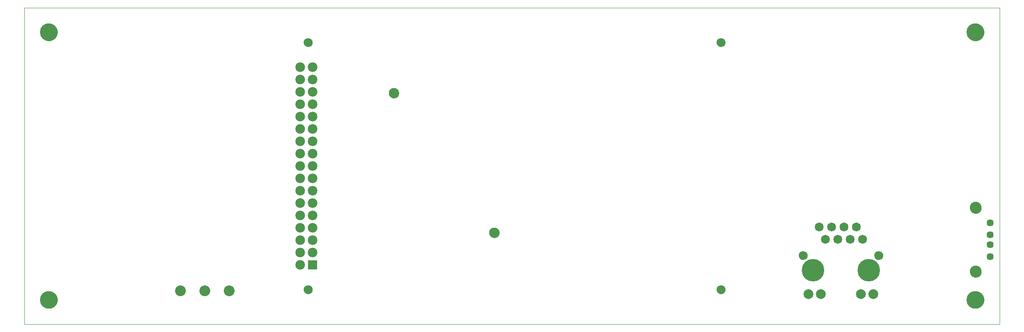
<source format=gts>
G75*
%MOIN*%
%OFA0B0*%
%FSLAX25Y25*%
%IPPOS*%
%LPD*%
%AMOC8*
5,1,8,0,0,1.08239X$1,22.5*
%
%ADD10C,0.00000*%
%ADD11C,0.14180*%
%ADD12C,0.07191*%
%ADD13C,0.07900*%
%ADD14C,0.18180*%
%ADD15C,0.07093*%
%ADD16C,0.08274*%
%ADD17C,0.08668*%
%ADD18C,0.07782*%
%ADD19R,0.07782X0.07782*%
%ADD20C,0.09455*%
%ADD21C,0.05715*%
D10*
X0005700Y0013890D02*
X0005700Y0269796D01*
X0793102Y0269796D01*
X0793102Y0013890D01*
X0005700Y0013890D01*
X0018495Y0033575D02*
X0018497Y0033744D01*
X0018503Y0033913D01*
X0018514Y0034082D01*
X0018528Y0034250D01*
X0018547Y0034418D01*
X0018570Y0034586D01*
X0018596Y0034753D01*
X0018627Y0034919D01*
X0018662Y0035085D01*
X0018701Y0035249D01*
X0018745Y0035413D01*
X0018792Y0035575D01*
X0018843Y0035736D01*
X0018898Y0035896D01*
X0018957Y0036055D01*
X0019019Y0036212D01*
X0019086Y0036367D01*
X0019157Y0036521D01*
X0019231Y0036673D01*
X0019309Y0036823D01*
X0019390Y0036971D01*
X0019475Y0037117D01*
X0019564Y0037261D01*
X0019656Y0037403D01*
X0019752Y0037542D01*
X0019851Y0037679D01*
X0019953Y0037814D01*
X0020059Y0037946D01*
X0020168Y0038075D01*
X0020280Y0038202D01*
X0020395Y0038326D01*
X0020513Y0038447D01*
X0020634Y0038565D01*
X0020758Y0038680D01*
X0020885Y0038792D01*
X0021014Y0038901D01*
X0021146Y0039007D01*
X0021281Y0039109D01*
X0021418Y0039208D01*
X0021557Y0039304D01*
X0021699Y0039396D01*
X0021843Y0039485D01*
X0021989Y0039570D01*
X0022137Y0039651D01*
X0022287Y0039729D01*
X0022439Y0039803D01*
X0022593Y0039874D01*
X0022748Y0039941D01*
X0022905Y0040003D01*
X0023064Y0040062D01*
X0023224Y0040117D01*
X0023385Y0040168D01*
X0023547Y0040215D01*
X0023711Y0040259D01*
X0023875Y0040298D01*
X0024041Y0040333D01*
X0024207Y0040364D01*
X0024374Y0040390D01*
X0024542Y0040413D01*
X0024710Y0040432D01*
X0024878Y0040446D01*
X0025047Y0040457D01*
X0025216Y0040463D01*
X0025385Y0040465D01*
X0025554Y0040463D01*
X0025723Y0040457D01*
X0025892Y0040446D01*
X0026060Y0040432D01*
X0026228Y0040413D01*
X0026396Y0040390D01*
X0026563Y0040364D01*
X0026729Y0040333D01*
X0026895Y0040298D01*
X0027059Y0040259D01*
X0027223Y0040215D01*
X0027385Y0040168D01*
X0027546Y0040117D01*
X0027706Y0040062D01*
X0027865Y0040003D01*
X0028022Y0039941D01*
X0028177Y0039874D01*
X0028331Y0039803D01*
X0028483Y0039729D01*
X0028633Y0039651D01*
X0028781Y0039570D01*
X0028927Y0039485D01*
X0029071Y0039396D01*
X0029213Y0039304D01*
X0029352Y0039208D01*
X0029489Y0039109D01*
X0029624Y0039007D01*
X0029756Y0038901D01*
X0029885Y0038792D01*
X0030012Y0038680D01*
X0030136Y0038565D01*
X0030257Y0038447D01*
X0030375Y0038326D01*
X0030490Y0038202D01*
X0030602Y0038075D01*
X0030711Y0037946D01*
X0030817Y0037814D01*
X0030919Y0037679D01*
X0031018Y0037542D01*
X0031114Y0037403D01*
X0031206Y0037261D01*
X0031295Y0037117D01*
X0031380Y0036971D01*
X0031461Y0036823D01*
X0031539Y0036673D01*
X0031613Y0036521D01*
X0031684Y0036367D01*
X0031751Y0036212D01*
X0031813Y0036055D01*
X0031872Y0035896D01*
X0031927Y0035736D01*
X0031978Y0035575D01*
X0032025Y0035413D01*
X0032069Y0035249D01*
X0032108Y0035085D01*
X0032143Y0034919D01*
X0032174Y0034753D01*
X0032200Y0034586D01*
X0032223Y0034418D01*
X0032242Y0034250D01*
X0032256Y0034082D01*
X0032267Y0033913D01*
X0032273Y0033744D01*
X0032275Y0033575D01*
X0032273Y0033406D01*
X0032267Y0033237D01*
X0032256Y0033068D01*
X0032242Y0032900D01*
X0032223Y0032732D01*
X0032200Y0032564D01*
X0032174Y0032397D01*
X0032143Y0032231D01*
X0032108Y0032065D01*
X0032069Y0031901D01*
X0032025Y0031737D01*
X0031978Y0031575D01*
X0031927Y0031414D01*
X0031872Y0031254D01*
X0031813Y0031095D01*
X0031751Y0030938D01*
X0031684Y0030783D01*
X0031613Y0030629D01*
X0031539Y0030477D01*
X0031461Y0030327D01*
X0031380Y0030179D01*
X0031295Y0030033D01*
X0031206Y0029889D01*
X0031114Y0029747D01*
X0031018Y0029608D01*
X0030919Y0029471D01*
X0030817Y0029336D01*
X0030711Y0029204D01*
X0030602Y0029075D01*
X0030490Y0028948D01*
X0030375Y0028824D01*
X0030257Y0028703D01*
X0030136Y0028585D01*
X0030012Y0028470D01*
X0029885Y0028358D01*
X0029756Y0028249D01*
X0029624Y0028143D01*
X0029489Y0028041D01*
X0029352Y0027942D01*
X0029213Y0027846D01*
X0029071Y0027754D01*
X0028927Y0027665D01*
X0028781Y0027580D01*
X0028633Y0027499D01*
X0028483Y0027421D01*
X0028331Y0027347D01*
X0028177Y0027276D01*
X0028022Y0027209D01*
X0027865Y0027147D01*
X0027706Y0027088D01*
X0027546Y0027033D01*
X0027385Y0026982D01*
X0027223Y0026935D01*
X0027059Y0026891D01*
X0026895Y0026852D01*
X0026729Y0026817D01*
X0026563Y0026786D01*
X0026396Y0026760D01*
X0026228Y0026737D01*
X0026060Y0026718D01*
X0025892Y0026704D01*
X0025723Y0026693D01*
X0025554Y0026687D01*
X0025385Y0026685D01*
X0025216Y0026687D01*
X0025047Y0026693D01*
X0024878Y0026704D01*
X0024710Y0026718D01*
X0024542Y0026737D01*
X0024374Y0026760D01*
X0024207Y0026786D01*
X0024041Y0026817D01*
X0023875Y0026852D01*
X0023711Y0026891D01*
X0023547Y0026935D01*
X0023385Y0026982D01*
X0023224Y0027033D01*
X0023064Y0027088D01*
X0022905Y0027147D01*
X0022748Y0027209D01*
X0022593Y0027276D01*
X0022439Y0027347D01*
X0022287Y0027421D01*
X0022137Y0027499D01*
X0021989Y0027580D01*
X0021843Y0027665D01*
X0021699Y0027754D01*
X0021557Y0027846D01*
X0021418Y0027942D01*
X0021281Y0028041D01*
X0021146Y0028143D01*
X0021014Y0028249D01*
X0020885Y0028358D01*
X0020758Y0028470D01*
X0020634Y0028585D01*
X0020513Y0028703D01*
X0020395Y0028824D01*
X0020280Y0028948D01*
X0020168Y0029075D01*
X0020059Y0029204D01*
X0019953Y0029336D01*
X0019851Y0029471D01*
X0019752Y0029608D01*
X0019656Y0029747D01*
X0019564Y0029889D01*
X0019475Y0030033D01*
X0019390Y0030179D01*
X0019309Y0030327D01*
X0019231Y0030477D01*
X0019157Y0030629D01*
X0019086Y0030783D01*
X0019019Y0030938D01*
X0018957Y0031095D01*
X0018898Y0031254D01*
X0018843Y0031414D01*
X0018792Y0031575D01*
X0018745Y0031737D01*
X0018701Y0031901D01*
X0018662Y0032065D01*
X0018627Y0032231D01*
X0018596Y0032397D01*
X0018570Y0032564D01*
X0018547Y0032732D01*
X0018528Y0032900D01*
X0018514Y0033068D01*
X0018503Y0033237D01*
X0018497Y0033406D01*
X0018495Y0033575D01*
X0231421Y0041882D02*
X0231423Y0041997D01*
X0231429Y0042113D01*
X0231439Y0042228D01*
X0231453Y0042343D01*
X0231471Y0042457D01*
X0231493Y0042570D01*
X0231518Y0042683D01*
X0231548Y0042794D01*
X0231581Y0042905D01*
X0231618Y0043014D01*
X0231659Y0043122D01*
X0231704Y0043229D01*
X0231752Y0043334D01*
X0231804Y0043437D01*
X0231860Y0043538D01*
X0231919Y0043638D01*
X0231981Y0043735D01*
X0232047Y0043830D01*
X0232115Y0043923D01*
X0232187Y0044013D01*
X0232262Y0044101D01*
X0232341Y0044186D01*
X0232422Y0044268D01*
X0232505Y0044348D01*
X0232592Y0044424D01*
X0232681Y0044498D01*
X0232772Y0044568D01*
X0232866Y0044636D01*
X0232962Y0044700D01*
X0233061Y0044760D01*
X0233161Y0044817D01*
X0233263Y0044871D01*
X0233367Y0044921D01*
X0233473Y0044968D01*
X0233580Y0045011D01*
X0233689Y0045050D01*
X0233799Y0045085D01*
X0233910Y0045116D01*
X0234022Y0045144D01*
X0234135Y0045168D01*
X0234249Y0045188D01*
X0234364Y0045204D01*
X0234479Y0045216D01*
X0234594Y0045224D01*
X0234709Y0045228D01*
X0234825Y0045228D01*
X0234940Y0045224D01*
X0235055Y0045216D01*
X0235170Y0045204D01*
X0235285Y0045188D01*
X0235399Y0045168D01*
X0235512Y0045144D01*
X0235624Y0045116D01*
X0235735Y0045085D01*
X0235845Y0045050D01*
X0235954Y0045011D01*
X0236061Y0044968D01*
X0236167Y0044921D01*
X0236271Y0044871D01*
X0236373Y0044817D01*
X0236473Y0044760D01*
X0236572Y0044700D01*
X0236668Y0044636D01*
X0236762Y0044568D01*
X0236853Y0044498D01*
X0236942Y0044424D01*
X0237029Y0044348D01*
X0237112Y0044268D01*
X0237193Y0044186D01*
X0237272Y0044101D01*
X0237347Y0044013D01*
X0237419Y0043923D01*
X0237487Y0043830D01*
X0237553Y0043735D01*
X0237615Y0043638D01*
X0237674Y0043538D01*
X0237730Y0043437D01*
X0237782Y0043334D01*
X0237830Y0043229D01*
X0237875Y0043122D01*
X0237916Y0043014D01*
X0237953Y0042905D01*
X0237986Y0042794D01*
X0238016Y0042683D01*
X0238041Y0042570D01*
X0238063Y0042457D01*
X0238081Y0042343D01*
X0238095Y0042228D01*
X0238105Y0042113D01*
X0238111Y0041997D01*
X0238113Y0041882D01*
X0238111Y0041767D01*
X0238105Y0041651D01*
X0238095Y0041536D01*
X0238081Y0041421D01*
X0238063Y0041307D01*
X0238041Y0041194D01*
X0238016Y0041081D01*
X0237986Y0040970D01*
X0237953Y0040859D01*
X0237916Y0040750D01*
X0237875Y0040642D01*
X0237830Y0040535D01*
X0237782Y0040430D01*
X0237730Y0040327D01*
X0237674Y0040226D01*
X0237615Y0040126D01*
X0237553Y0040029D01*
X0237487Y0039934D01*
X0237419Y0039841D01*
X0237347Y0039751D01*
X0237272Y0039663D01*
X0237193Y0039578D01*
X0237112Y0039496D01*
X0237029Y0039416D01*
X0236942Y0039340D01*
X0236853Y0039266D01*
X0236762Y0039196D01*
X0236668Y0039128D01*
X0236572Y0039064D01*
X0236473Y0039004D01*
X0236373Y0038947D01*
X0236271Y0038893D01*
X0236167Y0038843D01*
X0236061Y0038796D01*
X0235954Y0038753D01*
X0235845Y0038714D01*
X0235735Y0038679D01*
X0235624Y0038648D01*
X0235512Y0038620D01*
X0235399Y0038596D01*
X0235285Y0038576D01*
X0235170Y0038560D01*
X0235055Y0038548D01*
X0234940Y0038540D01*
X0234825Y0038536D01*
X0234709Y0038536D01*
X0234594Y0038540D01*
X0234479Y0038548D01*
X0234364Y0038560D01*
X0234249Y0038576D01*
X0234135Y0038596D01*
X0234022Y0038620D01*
X0233910Y0038648D01*
X0233799Y0038679D01*
X0233689Y0038714D01*
X0233580Y0038753D01*
X0233473Y0038796D01*
X0233367Y0038843D01*
X0233263Y0038893D01*
X0233161Y0038947D01*
X0233061Y0039004D01*
X0232962Y0039064D01*
X0232866Y0039128D01*
X0232772Y0039196D01*
X0232681Y0039266D01*
X0232592Y0039340D01*
X0232505Y0039416D01*
X0232422Y0039496D01*
X0232341Y0039578D01*
X0232262Y0039663D01*
X0232187Y0039751D01*
X0232115Y0039841D01*
X0232047Y0039934D01*
X0231981Y0040029D01*
X0231919Y0040126D01*
X0231860Y0040226D01*
X0231804Y0040327D01*
X0231752Y0040430D01*
X0231704Y0040535D01*
X0231659Y0040642D01*
X0231618Y0040750D01*
X0231581Y0040859D01*
X0231548Y0040970D01*
X0231518Y0041081D01*
X0231493Y0041194D01*
X0231471Y0041307D01*
X0231453Y0041421D01*
X0231439Y0041536D01*
X0231429Y0041651D01*
X0231423Y0041767D01*
X0231421Y0041882D01*
X0381108Y0087873D02*
X0381110Y0087998D01*
X0381116Y0088123D01*
X0381126Y0088247D01*
X0381140Y0088371D01*
X0381157Y0088495D01*
X0381179Y0088618D01*
X0381205Y0088740D01*
X0381234Y0088862D01*
X0381267Y0088982D01*
X0381305Y0089101D01*
X0381345Y0089220D01*
X0381390Y0089336D01*
X0381438Y0089451D01*
X0381490Y0089565D01*
X0381546Y0089677D01*
X0381605Y0089787D01*
X0381667Y0089895D01*
X0381733Y0090002D01*
X0381802Y0090106D01*
X0381875Y0090207D01*
X0381950Y0090307D01*
X0382029Y0090404D01*
X0382111Y0090498D01*
X0382196Y0090590D01*
X0382283Y0090679D01*
X0382374Y0090765D01*
X0382467Y0090848D01*
X0382563Y0090929D01*
X0382661Y0091006D01*
X0382761Y0091080D01*
X0382864Y0091151D01*
X0382969Y0091218D01*
X0383077Y0091283D01*
X0383186Y0091343D01*
X0383297Y0091401D01*
X0383410Y0091454D01*
X0383524Y0091504D01*
X0383640Y0091551D01*
X0383757Y0091593D01*
X0383876Y0091632D01*
X0383996Y0091668D01*
X0384117Y0091699D01*
X0384239Y0091727D01*
X0384361Y0091750D01*
X0384485Y0091770D01*
X0384609Y0091786D01*
X0384733Y0091798D01*
X0384858Y0091806D01*
X0384983Y0091810D01*
X0385107Y0091810D01*
X0385232Y0091806D01*
X0385357Y0091798D01*
X0385481Y0091786D01*
X0385605Y0091770D01*
X0385729Y0091750D01*
X0385851Y0091727D01*
X0385973Y0091699D01*
X0386094Y0091668D01*
X0386214Y0091632D01*
X0386333Y0091593D01*
X0386450Y0091551D01*
X0386566Y0091504D01*
X0386680Y0091454D01*
X0386793Y0091401D01*
X0386904Y0091343D01*
X0387014Y0091283D01*
X0387121Y0091218D01*
X0387226Y0091151D01*
X0387329Y0091080D01*
X0387429Y0091006D01*
X0387527Y0090929D01*
X0387623Y0090848D01*
X0387716Y0090765D01*
X0387807Y0090679D01*
X0387894Y0090590D01*
X0387979Y0090498D01*
X0388061Y0090404D01*
X0388140Y0090307D01*
X0388215Y0090207D01*
X0388288Y0090106D01*
X0388357Y0090002D01*
X0388423Y0089895D01*
X0388485Y0089787D01*
X0388544Y0089677D01*
X0388600Y0089565D01*
X0388652Y0089451D01*
X0388700Y0089336D01*
X0388745Y0089220D01*
X0388785Y0089101D01*
X0388823Y0088982D01*
X0388856Y0088862D01*
X0388885Y0088740D01*
X0388911Y0088618D01*
X0388933Y0088495D01*
X0388950Y0088371D01*
X0388964Y0088247D01*
X0388974Y0088123D01*
X0388980Y0087998D01*
X0388982Y0087873D01*
X0388980Y0087748D01*
X0388974Y0087623D01*
X0388964Y0087499D01*
X0388950Y0087375D01*
X0388933Y0087251D01*
X0388911Y0087128D01*
X0388885Y0087006D01*
X0388856Y0086884D01*
X0388823Y0086764D01*
X0388785Y0086645D01*
X0388745Y0086526D01*
X0388700Y0086410D01*
X0388652Y0086295D01*
X0388600Y0086181D01*
X0388544Y0086069D01*
X0388485Y0085959D01*
X0388423Y0085851D01*
X0388357Y0085744D01*
X0388288Y0085640D01*
X0388215Y0085539D01*
X0388140Y0085439D01*
X0388061Y0085342D01*
X0387979Y0085248D01*
X0387894Y0085156D01*
X0387807Y0085067D01*
X0387716Y0084981D01*
X0387623Y0084898D01*
X0387527Y0084817D01*
X0387429Y0084740D01*
X0387329Y0084666D01*
X0387226Y0084595D01*
X0387121Y0084528D01*
X0387013Y0084463D01*
X0386904Y0084403D01*
X0386793Y0084345D01*
X0386680Y0084292D01*
X0386566Y0084242D01*
X0386450Y0084195D01*
X0386333Y0084153D01*
X0386214Y0084114D01*
X0386094Y0084078D01*
X0385973Y0084047D01*
X0385851Y0084019D01*
X0385729Y0083996D01*
X0385605Y0083976D01*
X0385481Y0083960D01*
X0385357Y0083948D01*
X0385232Y0083940D01*
X0385107Y0083936D01*
X0384983Y0083936D01*
X0384858Y0083940D01*
X0384733Y0083948D01*
X0384609Y0083960D01*
X0384485Y0083976D01*
X0384361Y0083996D01*
X0384239Y0084019D01*
X0384117Y0084047D01*
X0383996Y0084078D01*
X0383876Y0084114D01*
X0383757Y0084153D01*
X0383640Y0084195D01*
X0383524Y0084242D01*
X0383410Y0084292D01*
X0383297Y0084345D01*
X0383186Y0084403D01*
X0383076Y0084463D01*
X0382969Y0084528D01*
X0382864Y0084595D01*
X0382761Y0084666D01*
X0382661Y0084740D01*
X0382563Y0084817D01*
X0382467Y0084898D01*
X0382374Y0084981D01*
X0382283Y0085067D01*
X0382196Y0085156D01*
X0382111Y0085248D01*
X0382029Y0085342D01*
X0381950Y0085439D01*
X0381875Y0085539D01*
X0381802Y0085640D01*
X0381733Y0085744D01*
X0381667Y0085851D01*
X0381605Y0085959D01*
X0381546Y0086069D01*
X0381490Y0086181D01*
X0381438Y0086295D01*
X0381390Y0086410D01*
X0381345Y0086526D01*
X0381305Y0086645D01*
X0381267Y0086764D01*
X0381234Y0086884D01*
X0381205Y0087006D01*
X0381179Y0087128D01*
X0381157Y0087251D01*
X0381140Y0087375D01*
X0381126Y0087499D01*
X0381116Y0087623D01*
X0381110Y0087748D01*
X0381108Y0087873D01*
X0564689Y0041882D02*
X0564691Y0041997D01*
X0564697Y0042113D01*
X0564707Y0042228D01*
X0564721Y0042343D01*
X0564739Y0042457D01*
X0564761Y0042570D01*
X0564786Y0042683D01*
X0564816Y0042794D01*
X0564849Y0042905D01*
X0564886Y0043014D01*
X0564927Y0043122D01*
X0564972Y0043229D01*
X0565020Y0043334D01*
X0565072Y0043437D01*
X0565128Y0043538D01*
X0565187Y0043638D01*
X0565249Y0043735D01*
X0565315Y0043830D01*
X0565383Y0043923D01*
X0565455Y0044013D01*
X0565530Y0044101D01*
X0565609Y0044186D01*
X0565690Y0044268D01*
X0565773Y0044348D01*
X0565860Y0044424D01*
X0565949Y0044498D01*
X0566040Y0044568D01*
X0566134Y0044636D01*
X0566230Y0044700D01*
X0566329Y0044760D01*
X0566429Y0044817D01*
X0566531Y0044871D01*
X0566635Y0044921D01*
X0566741Y0044968D01*
X0566848Y0045011D01*
X0566957Y0045050D01*
X0567067Y0045085D01*
X0567178Y0045116D01*
X0567290Y0045144D01*
X0567403Y0045168D01*
X0567517Y0045188D01*
X0567632Y0045204D01*
X0567747Y0045216D01*
X0567862Y0045224D01*
X0567977Y0045228D01*
X0568093Y0045228D01*
X0568208Y0045224D01*
X0568323Y0045216D01*
X0568438Y0045204D01*
X0568553Y0045188D01*
X0568667Y0045168D01*
X0568780Y0045144D01*
X0568892Y0045116D01*
X0569003Y0045085D01*
X0569113Y0045050D01*
X0569222Y0045011D01*
X0569329Y0044968D01*
X0569435Y0044921D01*
X0569539Y0044871D01*
X0569641Y0044817D01*
X0569741Y0044760D01*
X0569840Y0044700D01*
X0569936Y0044636D01*
X0570030Y0044568D01*
X0570121Y0044498D01*
X0570210Y0044424D01*
X0570297Y0044348D01*
X0570380Y0044268D01*
X0570461Y0044186D01*
X0570540Y0044101D01*
X0570615Y0044013D01*
X0570687Y0043923D01*
X0570755Y0043830D01*
X0570821Y0043735D01*
X0570883Y0043638D01*
X0570942Y0043538D01*
X0570998Y0043437D01*
X0571050Y0043334D01*
X0571098Y0043229D01*
X0571143Y0043122D01*
X0571184Y0043014D01*
X0571221Y0042905D01*
X0571254Y0042794D01*
X0571284Y0042683D01*
X0571309Y0042570D01*
X0571331Y0042457D01*
X0571349Y0042343D01*
X0571363Y0042228D01*
X0571373Y0042113D01*
X0571379Y0041997D01*
X0571381Y0041882D01*
X0571379Y0041767D01*
X0571373Y0041651D01*
X0571363Y0041536D01*
X0571349Y0041421D01*
X0571331Y0041307D01*
X0571309Y0041194D01*
X0571284Y0041081D01*
X0571254Y0040970D01*
X0571221Y0040859D01*
X0571184Y0040750D01*
X0571143Y0040642D01*
X0571098Y0040535D01*
X0571050Y0040430D01*
X0570998Y0040327D01*
X0570942Y0040226D01*
X0570883Y0040126D01*
X0570821Y0040029D01*
X0570755Y0039934D01*
X0570687Y0039841D01*
X0570615Y0039751D01*
X0570540Y0039663D01*
X0570461Y0039578D01*
X0570380Y0039496D01*
X0570297Y0039416D01*
X0570210Y0039340D01*
X0570121Y0039266D01*
X0570030Y0039196D01*
X0569936Y0039128D01*
X0569840Y0039064D01*
X0569741Y0039004D01*
X0569641Y0038947D01*
X0569539Y0038893D01*
X0569435Y0038843D01*
X0569329Y0038796D01*
X0569222Y0038753D01*
X0569113Y0038714D01*
X0569003Y0038679D01*
X0568892Y0038648D01*
X0568780Y0038620D01*
X0568667Y0038596D01*
X0568553Y0038576D01*
X0568438Y0038560D01*
X0568323Y0038548D01*
X0568208Y0038540D01*
X0568093Y0038536D01*
X0567977Y0038536D01*
X0567862Y0038540D01*
X0567747Y0038548D01*
X0567632Y0038560D01*
X0567517Y0038576D01*
X0567403Y0038596D01*
X0567290Y0038620D01*
X0567178Y0038648D01*
X0567067Y0038679D01*
X0566957Y0038714D01*
X0566848Y0038753D01*
X0566741Y0038796D01*
X0566635Y0038843D01*
X0566531Y0038893D01*
X0566429Y0038947D01*
X0566329Y0039004D01*
X0566230Y0039064D01*
X0566134Y0039128D01*
X0566040Y0039196D01*
X0565949Y0039266D01*
X0565860Y0039340D01*
X0565773Y0039416D01*
X0565690Y0039496D01*
X0565609Y0039578D01*
X0565530Y0039663D01*
X0565455Y0039751D01*
X0565383Y0039841D01*
X0565315Y0039934D01*
X0565249Y0040029D01*
X0565187Y0040126D01*
X0565128Y0040226D01*
X0565072Y0040327D01*
X0565020Y0040430D01*
X0564972Y0040535D01*
X0564927Y0040642D01*
X0564886Y0040750D01*
X0564849Y0040859D01*
X0564816Y0040970D01*
X0564786Y0041081D01*
X0564761Y0041194D01*
X0564739Y0041307D01*
X0564721Y0041421D01*
X0564707Y0041536D01*
X0564697Y0041651D01*
X0564691Y0041767D01*
X0564689Y0041882D01*
X0630963Y0069449D02*
X0630965Y0069564D01*
X0630971Y0069680D01*
X0630981Y0069795D01*
X0630995Y0069910D01*
X0631013Y0070024D01*
X0631035Y0070137D01*
X0631060Y0070250D01*
X0631090Y0070361D01*
X0631123Y0070472D01*
X0631160Y0070581D01*
X0631201Y0070689D01*
X0631246Y0070796D01*
X0631294Y0070901D01*
X0631346Y0071004D01*
X0631402Y0071105D01*
X0631461Y0071205D01*
X0631523Y0071302D01*
X0631589Y0071397D01*
X0631657Y0071490D01*
X0631729Y0071580D01*
X0631804Y0071668D01*
X0631883Y0071753D01*
X0631964Y0071835D01*
X0632047Y0071915D01*
X0632134Y0071991D01*
X0632223Y0072065D01*
X0632314Y0072135D01*
X0632408Y0072203D01*
X0632504Y0072267D01*
X0632603Y0072327D01*
X0632703Y0072384D01*
X0632805Y0072438D01*
X0632909Y0072488D01*
X0633015Y0072535D01*
X0633122Y0072578D01*
X0633231Y0072617D01*
X0633341Y0072652D01*
X0633452Y0072683D01*
X0633564Y0072711D01*
X0633677Y0072735D01*
X0633791Y0072755D01*
X0633906Y0072771D01*
X0634021Y0072783D01*
X0634136Y0072791D01*
X0634251Y0072795D01*
X0634367Y0072795D01*
X0634482Y0072791D01*
X0634597Y0072783D01*
X0634712Y0072771D01*
X0634827Y0072755D01*
X0634941Y0072735D01*
X0635054Y0072711D01*
X0635166Y0072683D01*
X0635277Y0072652D01*
X0635387Y0072617D01*
X0635496Y0072578D01*
X0635603Y0072535D01*
X0635709Y0072488D01*
X0635813Y0072438D01*
X0635915Y0072384D01*
X0636015Y0072327D01*
X0636114Y0072267D01*
X0636210Y0072203D01*
X0636304Y0072135D01*
X0636395Y0072065D01*
X0636484Y0071991D01*
X0636571Y0071915D01*
X0636654Y0071835D01*
X0636735Y0071753D01*
X0636814Y0071668D01*
X0636889Y0071580D01*
X0636961Y0071490D01*
X0637029Y0071397D01*
X0637095Y0071302D01*
X0637157Y0071205D01*
X0637216Y0071105D01*
X0637272Y0071004D01*
X0637324Y0070901D01*
X0637372Y0070796D01*
X0637417Y0070689D01*
X0637458Y0070581D01*
X0637495Y0070472D01*
X0637528Y0070361D01*
X0637558Y0070250D01*
X0637583Y0070137D01*
X0637605Y0070024D01*
X0637623Y0069910D01*
X0637637Y0069795D01*
X0637647Y0069680D01*
X0637653Y0069564D01*
X0637655Y0069449D01*
X0637653Y0069334D01*
X0637647Y0069218D01*
X0637637Y0069103D01*
X0637623Y0068988D01*
X0637605Y0068874D01*
X0637583Y0068761D01*
X0637558Y0068648D01*
X0637528Y0068537D01*
X0637495Y0068426D01*
X0637458Y0068317D01*
X0637417Y0068209D01*
X0637372Y0068102D01*
X0637324Y0067997D01*
X0637272Y0067894D01*
X0637216Y0067793D01*
X0637157Y0067693D01*
X0637095Y0067596D01*
X0637029Y0067501D01*
X0636961Y0067408D01*
X0636889Y0067318D01*
X0636814Y0067230D01*
X0636735Y0067145D01*
X0636654Y0067063D01*
X0636571Y0066983D01*
X0636484Y0066907D01*
X0636395Y0066833D01*
X0636304Y0066763D01*
X0636210Y0066695D01*
X0636114Y0066631D01*
X0636015Y0066571D01*
X0635915Y0066514D01*
X0635813Y0066460D01*
X0635709Y0066410D01*
X0635603Y0066363D01*
X0635496Y0066320D01*
X0635387Y0066281D01*
X0635277Y0066246D01*
X0635166Y0066215D01*
X0635054Y0066187D01*
X0634941Y0066163D01*
X0634827Y0066143D01*
X0634712Y0066127D01*
X0634597Y0066115D01*
X0634482Y0066107D01*
X0634367Y0066103D01*
X0634251Y0066103D01*
X0634136Y0066107D01*
X0634021Y0066115D01*
X0633906Y0066127D01*
X0633791Y0066143D01*
X0633677Y0066163D01*
X0633564Y0066187D01*
X0633452Y0066215D01*
X0633341Y0066246D01*
X0633231Y0066281D01*
X0633122Y0066320D01*
X0633015Y0066363D01*
X0632909Y0066410D01*
X0632805Y0066460D01*
X0632703Y0066514D01*
X0632603Y0066571D01*
X0632504Y0066631D01*
X0632408Y0066695D01*
X0632314Y0066763D01*
X0632223Y0066833D01*
X0632134Y0066907D01*
X0632047Y0066983D01*
X0631964Y0067063D01*
X0631883Y0067145D01*
X0631804Y0067230D01*
X0631729Y0067318D01*
X0631657Y0067408D01*
X0631589Y0067501D01*
X0631523Y0067596D01*
X0631461Y0067693D01*
X0631402Y0067793D01*
X0631346Y0067894D01*
X0631294Y0067997D01*
X0631246Y0068102D01*
X0631201Y0068209D01*
X0631160Y0068317D01*
X0631123Y0068426D01*
X0631090Y0068537D01*
X0631060Y0068648D01*
X0631035Y0068761D01*
X0631013Y0068874D01*
X0630995Y0068988D01*
X0630981Y0069103D01*
X0630971Y0069218D01*
X0630965Y0069334D01*
X0630963Y0069449D01*
X0691948Y0069449D02*
X0691950Y0069564D01*
X0691956Y0069680D01*
X0691966Y0069795D01*
X0691980Y0069910D01*
X0691998Y0070024D01*
X0692020Y0070137D01*
X0692045Y0070250D01*
X0692075Y0070361D01*
X0692108Y0070472D01*
X0692145Y0070581D01*
X0692186Y0070689D01*
X0692231Y0070796D01*
X0692279Y0070901D01*
X0692331Y0071004D01*
X0692387Y0071105D01*
X0692446Y0071205D01*
X0692508Y0071302D01*
X0692574Y0071397D01*
X0692642Y0071490D01*
X0692714Y0071580D01*
X0692789Y0071668D01*
X0692868Y0071753D01*
X0692949Y0071835D01*
X0693032Y0071915D01*
X0693119Y0071991D01*
X0693208Y0072065D01*
X0693299Y0072135D01*
X0693393Y0072203D01*
X0693489Y0072267D01*
X0693588Y0072327D01*
X0693688Y0072384D01*
X0693790Y0072438D01*
X0693894Y0072488D01*
X0694000Y0072535D01*
X0694107Y0072578D01*
X0694216Y0072617D01*
X0694326Y0072652D01*
X0694437Y0072683D01*
X0694549Y0072711D01*
X0694662Y0072735D01*
X0694776Y0072755D01*
X0694891Y0072771D01*
X0695006Y0072783D01*
X0695121Y0072791D01*
X0695236Y0072795D01*
X0695352Y0072795D01*
X0695467Y0072791D01*
X0695582Y0072783D01*
X0695697Y0072771D01*
X0695812Y0072755D01*
X0695926Y0072735D01*
X0696039Y0072711D01*
X0696151Y0072683D01*
X0696262Y0072652D01*
X0696372Y0072617D01*
X0696481Y0072578D01*
X0696588Y0072535D01*
X0696694Y0072488D01*
X0696798Y0072438D01*
X0696900Y0072384D01*
X0697000Y0072327D01*
X0697099Y0072267D01*
X0697195Y0072203D01*
X0697289Y0072135D01*
X0697380Y0072065D01*
X0697469Y0071991D01*
X0697556Y0071915D01*
X0697639Y0071835D01*
X0697720Y0071753D01*
X0697799Y0071668D01*
X0697874Y0071580D01*
X0697946Y0071490D01*
X0698014Y0071397D01*
X0698080Y0071302D01*
X0698142Y0071205D01*
X0698201Y0071105D01*
X0698257Y0071004D01*
X0698309Y0070901D01*
X0698357Y0070796D01*
X0698402Y0070689D01*
X0698443Y0070581D01*
X0698480Y0070472D01*
X0698513Y0070361D01*
X0698543Y0070250D01*
X0698568Y0070137D01*
X0698590Y0070024D01*
X0698608Y0069910D01*
X0698622Y0069795D01*
X0698632Y0069680D01*
X0698638Y0069564D01*
X0698640Y0069449D01*
X0698638Y0069334D01*
X0698632Y0069218D01*
X0698622Y0069103D01*
X0698608Y0068988D01*
X0698590Y0068874D01*
X0698568Y0068761D01*
X0698543Y0068648D01*
X0698513Y0068537D01*
X0698480Y0068426D01*
X0698443Y0068317D01*
X0698402Y0068209D01*
X0698357Y0068102D01*
X0698309Y0067997D01*
X0698257Y0067894D01*
X0698201Y0067793D01*
X0698142Y0067693D01*
X0698080Y0067596D01*
X0698014Y0067501D01*
X0697946Y0067408D01*
X0697874Y0067318D01*
X0697799Y0067230D01*
X0697720Y0067145D01*
X0697639Y0067063D01*
X0697556Y0066983D01*
X0697469Y0066907D01*
X0697380Y0066833D01*
X0697289Y0066763D01*
X0697195Y0066695D01*
X0697099Y0066631D01*
X0697000Y0066571D01*
X0696900Y0066514D01*
X0696798Y0066460D01*
X0696694Y0066410D01*
X0696588Y0066363D01*
X0696481Y0066320D01*
X0696372Y0066281D01*
X0696262Y0066246D01*
X0696151Y0066215D01*
X0696039Y0066187D01*
X0695926Y0066163D01*
X0695812Y0066143D01*
X0695697Y0066127D01*
X0695582Y0066115D01*
X0695467Y0066107D01*
X0695352Y0066103D01*
X0695236Y0066103D01*
X0695121Y0066107D01*
X0695006Y0066115D01*
X0694891Y0066127D01*
X0694776Y0066143D01*
X0694662Y0066163D01*
X0694549Y0066187D01*
X0694437Y0066215D01*
X0694326Y0066246D01*
X0694216Y0066281D01*
X0694107Y0066320D01*
X0694000Y0066363D01*
X0693894Y0066410D01*
X0693790Y0066460D01*
X0693688Y0066514D01*
X0693588Y0066571D01*
X0693489Y0066631D01*
X0693393Y0066695D01*
X0693299Y0066763D01*
X0693208Y0066833D01*
X0693119Y0066907D01*
X0693032Y0066983D01*
X0692949Y0067063D01*
X0692868Y0067145D01*
X0692789Y0067230D01*
X0692714Y0067318D01*
X0692642Y0067408D01*
X0692574Y0067501D01*
X0692508Y0067596D01*
X0692446Y0067693D01*
X0692387Y0067793D01*
X0692331Y0067894D01*
X0692279Y0067997D01*
X0692231Y0068102D01*
X0692186Y0068209D01*
X0692145Y0068317D01*
X0692108Y0068426D01*
X0692075Y0068537D01*
X0692045Y0068648D01*
X0692020Y0068761D01*
X0691998Y0068874D01*
X0691980Y0068988D01*
X0691966Y0069103D01*
X0691956Y0069218D01*
X0691950Y0069334D01*
X0691948Y0069449D01*
X0769072Y0056324D02*
X0769074Y0056458D01*
X0769080Y0056592D01*
X0769090Y0056726D01*
X0769104Y0056860D01*
X0769122Y0056993D01*
X0769143Y0057125D01*
X0769169Y0057257D01*
X0769199Y0057388D01*
X0769232Y0057518D01*
X0769269Y0057646D01*
X0769311Y0057774D01*
X0769355Y0057901D01*
X0769404Y0058026D01*
X0769456Y0058149D01*
X0769512Y0058271D01*
X0769572Y0058392D01*
X0769635Y0058510D01*
X0769701Y0058627D01*
X0769771Y0058741D01*
X0769844Y0058854D01*
X0769921Y0058964D01*
X0770001Y0059072D01*
X0770084Y0059177D01*
X0770170Y0059280D01*
X0770259Y0059380D01*
X0770351Y0059478D01*
X0770446Y0059573D01*
X0770544Y0059665D01*
X0770644Y0059754D01*
X0770747Y0059840D01*
X0770852Y0059923D01*
X0770960Y0060003D01*
X0771070Y0060080D01*
X0771183Y0060153D01*
X0771297Y0060223D01*
X0771414Y0060289D01*
X0771532Y0060352D01*
X0771653Y0060412D01*
X0771775Y0060468D01*
X0771898Y0060520D01*
X0772023Y0060569D01*
X0772150Y0060613D01*
X0772278Y0060655D01*
X0772406Y0060692D01*
X0772536Y0060725D01*
X0772667Y0060755D01*
X0772799Y0060781D01*
X0772931Y0060802D01*
X0773064Y0060820D01*
X0773198Y0060834D01*
X0773332Y0060844D01*
X0773466Y0060850D01*
X0773600Y0060852D01*
X0773734Y0060850D01*
X0773868Y0060844D01*
X0774002Y0060834D01*
X0774136Y0060820D01*
X0774269Y0060802D01*
X0774401Y0060781D01*
X0774533Y0060755D01*
X0774664Y0060725D01*
X0774794Y0060692D01*
X0774922Y0060655D01*
X0775050Y0060613D01*
X0775177Y0060569D01*
X0775302Y0060520D01*
X0775425Y0060468D01*
X0775547Y0060412D01*
X0775668Y0060352D01*
X0775786Y0060289D01*
X0775903Y0060223D01*
X0776017Y0060153D01*
X0776130Y0060080D01*
X0776240Y0060003D01*
X0776348Y0059923D01*
X0776453Y0059840D01*
X0776556Y0059754D01*
X0776656Y0059665D01*
X0776754Y0059573D01*
X0776849Y0059478D01*
X0776941Y0059380D01*
X0777030Y0059280D01*
X0777116Y0059177D01*
X0777199Y0059072D01*
X0777279Y0058964D01*
X0777356Y0058854D01*
X0777429Y0058741D01*
X0777499Y0058627D01*
X0777565Y0058510D01*
X0777628Y0058392D01*
X0777688Y0058271D01*
X0777744Y0058149D01*
X0777796Y0058026D01*
X0777845Y0057901D01*
X0777889Y0057774D01*
X0777931Y0057646D01*
X0777968Y0057518D01*
X0778001Y0057388D01*
X0778031Y0057257D01*
X0778057Y0057125D01*
X0778078Y0056993D01*
X0778096Y0056860D01*
X0778110Y0056726D01*
X0778120Y0056592D01*
X0778126Y0056458D01*
X0778128Y0056324D01*
X0778126Y0056190D01*
X0778120Y0056056D01*
X0778110Y0055922D01*
X0778096Y0055788D01*
X0778078Y0055655D01*
X0778057Y0055523D01*
X0778031Y0055391D01*
X0778001Y0055260D01*
X0777968Y0055130D01*
X0777931Y0055002D01*
X0777889Y0054874D01*
X0777845Y0054747D01*
X0777796Y0054622D01*
X0777744Y0054499D01*
X0777688Y0054377D01*
X0777628Y0054256D01*
X0777565Y0054138D01*
X0777499Y0054021D01*
X0777429Y0053907D01*
X0777356Y0053794D01*
X0777279Y0053684D01*
X0777199Y0053576D01*
X0777116Y0053471D01*
X0777030Y0053368D01*
X0776941Y0053268D01*
X0776849Y0053170D01*
X0776754Y0053075D01*
X0776656Y0052983D01*
X0776556Y0052894D01*
X0776453Y0052808D01*
X0776348Y0052725D01*
X0776240Y0052645D01*
X0776130Y0052568D01*
X0776017Y0052495D01*
X0775903Y0052425D01*
X0775786Y0052359D01*
X0775668Y0052296D01*
X0775547Y0052236D01*
X0775425Y0052180D01*
X0775302Y0052128D01*
X0775177Y0052079D01*
X0775050Y0052035D01*
X0774922Y0051993D01*
X0774794Y0051956D01*
X0774664Y0051923D01*
X0774533Y0051893D01*
X0774401Y0051867D01*
X0774269Y0051846D01*
X0774136Y0051828D01*
X0774002Y0051814D01*
X0773868Y0051804D01*
X0773734Y0051798D01*
X0773600Y0051796D01*
X0773466Y0051798D01*
X0773332Y0051804D01*
X0773198Y0051814D01*
X0773064Y0051828D01*
X0772931Y0051846D01*
X0772799Y0051867D01*
X0772667Y0051893D01*
X0772536Y0051923D01*
X0772406Y0051956D01*
X0772278Y0051993D01*
X0772150Y0052035D01*
X0772023Y0052079D01*
X0771898Y0052128D01*
X0771775Y0052180D01*
X0771653Y0052236D01*
X0771532Y0052296D01*
X0771414Y0052359D01*
X0771297Y0052425D01*
X0771183Y0052495D01*
X0771070Y0052568D01*
X0770960Y0052645D01*
X0770852Y0052725D01*
X0770747Y0052808D01*
X0770644Y0052894D01*
X0770544Y0052983D01*
X0770446Y0053075D01*
X0770351Y0053170D01*
X0770259Y0053268D01*
X0770170Y0053368D01*
X0770084Y0053471D01*
X0770001Y0053576D01*
X0769921Y0053684D01*
X0769844Y0053794D01*
X0769771Y0053907D01*
X0769701Y0054021D01*
X0769635Y0054138D01*
X0769572Y0054256D01*
X0769512Y0054377D01*
X0769456Y0054499D01*
X0769404Y0054622D01*
X0769355Y0054747D01*
X0769311Y0054874D01*
X0769269Y0055002D01*
X0769232Y0055130D01*
X0769199Y0055260D01*
X0769169Y0055391D01*
X0769143Y0055523D01*
X0769122Y0055655D01*
X0769104Y0055788D01*
X0769090Y0055922D01*
X0769080Y0056056D01*
X0769074Y0056190D01*
X0769072Y0056324D01*
X0766527Y0033575D02*
X0766529Y0033744D01*
X0766535Y0033913D01*
X0766546Y0034082D01*
X0766560Y0034250D01*
X0766579Y0034418D01*
X0766602Y0034586D01*
X0766628Y0034753D01*
X0766659Y0034919D01*
X0766694Y0035085D01*
X0766733Y0035249D01*
X0766777Y0035413D01*
X0766824Y0035575D01*
X0766875Y0035736D01*
X0766930Y0035896D01*
X0766989Y0036055D01*
X0767051Y0036212D01*
X0767118Y0036367D01*
X0767189Y0036521D01*
X0767263Y0036673D01*
X0767341Y0036823D01*
X0767422Y0036971D01*
X0767507Y0037117D01*
X0767596Y0037261D01*
X0767688Y0037403D01*
X0767784Y0037542D01*
X0767883Y0037679D01*
X0767985Y0037814D01*
X0768091Y0037946D01*
X0768200Y0038075D01*
X0768312Y0038202D01*
X0768427Y0038326D01*
X0768545Y0038447D01*
X0768666Y0038565D01*
X0768790Y0038680D01*
X0768917Y0038792D01*
X0769046Y0038901D01*
X0769178Y0039007D01*
X0769313Y0039109D01*
X0769450Y0039208D01*
X0769589Y0039304D01*
X0769731Y0039396D01*
X0769875Y0039485D01*
X0770021Y0039570D01*
X0770169Y0039651D01*
X0770319Y0039729D01*
X0770471Y0039803D01*
X0770625Y0039874D01*
X0770780Y0039941D01*
X0770937Y0040003D01*
X0771096Y0040062D01*
X0771256Y0040117D01*
X0771417Y0040168D01*
X0771579Y0040215D01*
X0771743Y0040259D01*
X0771907Y0040298D01*
X0772073Y0040333D01*
X0772239Y0040364D01*
X0772406Y0040390D01*
X0772574Y0040413D01*
X0772742Y0040432D01*
X0772910Y0040446D01*
X0773079Y0040457D01*
X0773248Y0040463D01*
X0773417Y0040465D01*
X0773586Y0040463D01*
X0773755Y0040457D01*
X0773924Y0040446D01*
X0774092Y0040432D01*
X0774260Y0040413D01*
X0774428Y0040390D01*
X0774595Y0040364D01*
X0774761Y0040333D01*
X0774927Y0040298D01*
X0775091Y0040259D01*
X0775255Y0040215D01*
X0775417Y0040168D01*
X0775578Y0040117D01*
X0775738Y0040062D01*
X0775897Y0040003D01*
X0776054Y0039941D01*
X0776209Y0039874D01*
X0776363Y0039803D01*
X0776515Y0039729D01*
X0776665Y0039651D01*
X0776813Y0039570D01*
X0776959Y0039485D01*
X0777103Y0039396D01*
X0777245Y0039304D01*
X0777384Y0039208D01*
X0777521Y0039109D01*
X0777656Y0039007D01*
X0777788Y0038901D01*
X0777917Y0038792D01*
X0778044Y0038680D01*
X0778168Y0038565D01*
X0778289Y0038447D01*
X0778407Y0038326D01*
X0778522Y0038202D01*
X0778634Y0038075D01*
X0778743Y0037946D01*
X0778849Y0037814D01*
X0778951Y0037679D01*
X0779050Y0037542D01*
X0779146Y0037403D01*
X0779238Y0037261D01*
X0779327Y0037117D01*
X0779412Y0036971D01*
X0779493Y0036823D01*
X0779571Y0036673D01*
X0779645Y0036521D01*
X0779716Y0036367D01*
X0779783Y0036212D01*
X0779845Y0036055D01*
X0779904Y0035896D01*
X0779959Y0035736D01*
X0780010Y0035575D01*
X0780057Y0035413D01*
X0780101Y0035249D01*
X0780140Y0035085D01*
X0780175Y0034919D01*
X0780206Y0034753D01*
X0780232Y0034586D01*
X0780255Y0034418D01*
X0780274Y0034250D01*
X0780288Y0034082D01*
X0780299Y0033913D01*
X0780305Y0033744D01*
X0780307Y0033575D01*
X0780305Y0033406D01*
X0780299Y0033237D01*
X0780288Y0033068D01*
X0780274Y0032900D01*
X0780255Y0032732D01*
X0780232Y0032564D01*
X0780206Y0032397D01*
X0780175Y0032231D01*
X0780140Y0032065D01*
X0780101Y0031901D01*
X0780057Y0031737D01*
X0780010Y0031575D01*
X0779959Y0031414D01*
X0779904Y0031254D01*
X0779845Y0031095D01*
X0779783Y0030938D01*
X0779716Y0030783D01*
X0779645Y0030629D01*
X0779571Y0030477D01*
X0779493Y0030327D01*
X0779412Y0030179D01*
X0779327Y0030033D01*
X0779238Y0029889D01*
X0779146Y0029747D01*
X0779050Y0029608D01*
X0778951Y0029471D01*
X0778849Y0029336D01*
X0778743Y0029204D01*
X0778634Y0029075D01*
X0778522Y0028948D01*
X0778407Y0028824D01*
X0778289Y0028703D01*
X0778168Y0028585D01*
X0778044Y0028470D01*
X0777917Y0028358D01*
X0777788Y0028249D01*
X0777656Y0028143D01*
X0777521Y0028041D01*
X0777384Y0027942D01*
X0777245Y0027846D01*
X0777103Y0027754D01*
X0776959Y0027665D01*
X0776813Y0027580D01*
X0776665Y0027499D01*
X0776515Y0027421D01*
X0776363Y0027347D01*
X0776209Y0027276D01*
X0776054Y0027209D01*
X0775897Y0027147D01*
X0775738Y0027088D01*
X0775578Y0027033D01*
X0775417Y0026982D01*
X0775255Y0026935D01*
X0775091Y0026891D01*
X0774927Y0026852D01*
X0774761Y0026817D01*
X0774595Y0026786D01*
X0774428Y0026760D01*
X0774260Y0026737D01*
X0774092Y0026718D01*
X0773924Y0026704D01*
X0773755Y0026693D01*
X0773586Y0026687D01*
X0773417Y0026685D01*
X0773248Y0026687D01*
X0773079Y0026693D01*
X0772910Y0026704D01*
X0772742Y0026718D01*
X0772574Y0026737D01*
X0772406Y0026760D01*
X0772239Y0026786D01*
X0772073Y0026817D01*
X0771907Y0026852D01*
X0771743Y0026891D01*
X0771579Y0026935D01*
X0771417Y0026982D01*
X0771256Y0027033D01*
X0771096Y0027088D01*
X0770937Y0027147D01*
X0770780Y0027209D01*
X0770625Y0027276D01*
X0770471Y0027347D01*
X0770319Y0027421D01*
X0770169Y0027499D01*
X0770021Y0027580D01*
X0769875Y0027665D01*
X0769731Y0027754D01*
X0769589Y0027846D01*
X0769450Y0027942D01*
X0769313Y0028041D01*
X0769178Y0028143D01*
X0769046Y0028249D01*
X0768917Y0028358D01*
X0768790Y0028470D01*
X0768666Y0028585D01*
X0768545Y0028703D01*
X0768427Y0028824D01*
X0768312Y0028948D01*
X0768200Y0029075D01*
X0768091Y0029204D01*
X0767985Y0029336D01*
X0767883Y0029471D01*
X0767784Y0029608D01*
X0767688Y0029747D01*
X0767596Y0029889D01*
X0767507Y0030033D01*
X0767422Y0030179D01*
X0767341Y0030327D01*
X0767263Y0030477D01*
X0767189Y0030629D01*
X0767118Y0030783D01*
X0767051Y0030938D01*
X0766989Y0031095D01*
X0766930Y0031254D01*
X0766875Y0031414D01*
X0766824Y0031575D01*
X0766777Y0031737D01*
X0766733Y0031901D01*
X0766694Y0032065D01*
X0766659Y0032231D01*
X0766628Y0032397D01*
X0766602Y0032564D01*
X0766579Y0032732D01*
X0766560Y0032900D01*
X0766546Y0033068D01*
X0766535Y0033237D01*
X0766529Y0033406D01*
X0766527Y0033575D01*
X0769072Y0108056D02*
X0769074Y0108190D01*
X0769080Y0108324D01*
X0769090Y0108458D01*
X0769104Y0108592D01*
X0769122Y0108725D01*
X0769143Y0108857D01*
X0769169Y0108989D01*
X0769199Y0109120D01*
X0769232Y0109250D01*
X0769269Y0109378D01*
X0769311Y0109506D01*
X0769355Y0109633D01*
X0769404Y0109758D01*
X0769456Y0109881D01*
X0769512Y0110003D01*
X0769572Y0110124D01*
X0769635Y0110242D01*
X0769701Y0110359D01*
X0769771Y0110473D01*
X0769844Y0110586D01*
X0769921Y0110696D01*
X0770001Y0110804D01*
X0770084Y0110909D01*
X0770170Y0111012D01*
X0770259Y0111112D01*
X0770351Y0111210D01*
X0770446Y0111305D01*
X0770544Y0111397D01*
X0770644Y0111486D01*
X0770747Y0111572D01*
X0770852Y0111655D01*
X0770960Y0111735D01*
X0771070Y0111812D01*
X0771183Y0111885D01*
X0771297Y0111955D01*
X0771414Y0112021D01*
X0771532Y0112084D01*
X0771653Y0112144D01*
X0771775Y0112200D01*
X0771898Y0112252D01*
X0772023Y0112301D01*
X0772150Y0112345D01*
X0772278Y0112387D01*
X0772406Y0112424D01*
X0772536Y0112457D01*
X0772667Y0112487D01*
X0772799Y0112513D01*
X0772931Y0112534D01*
X0773064Y0112552D01*
X0773198Y0112566D01*
X0773332Y0112576D01*
X0773466Y0112582D01*
X0773600Y0112584D01*
X0773734Y0112582D01*
X0773868Y0112576D01*
X0774002Y0112566D01*
X0774136Y0112552D01*
X0774269Y0112534D01*
X0774401Y0112513D01*
X0774533Y0112487D01*
X0774664Y0112457D01*
X0774794Y0112424D01*
X0774922Y0112387D01*
X0775050Y0112345D01*
X0775177Y0112301D01*
X0775302Y0112252D01*
X0775425Y0112200D01*
X0775547Y0112144D01*
X0775668Y0112084D01*
X0775786Y0112021D01*
X0775903Y0111955D01*
X0776017Y0111885D01*
X0776130Y0111812D01*
X0776240Y0111735D01*
X0776348Y0111655D01*
X0776453Y0111572D01*
X0776556Y0111486D01*
X0776656Y0111397D01*
X0776754Y0111305D01*
X0776849Y0111210D01*
X0776941Y0111112D01*
X0777030Y0111012D01*
X0777116Y0110909D01*
X0777199Y0110804D01*
X0777279Y0110696D01*
X0777356Y0110586D01*
X0777429Y0110473D01*
X0777499Y0110359D01*
X0777565Y0110242D01*
X0777628Y0110124D01*
X0777688Y0110003D01*
X0777744Y0109881D01*
X0777796Y0109758D01*
X0777845Y0109633D01*
X0777889Y0109506D01*
X0777931Y0109378D01*
X0777968Y0109250D01*
X0778001Y0109120D01*
X0778031Y0108989D01*
X0778057Y0108857D01*
X0778078Y0108725D01*
X0778096Y0108592D01*
X0778110Y0108458D01*
X0778120Y0108324D01*
X0778126Y0108190D01*
X0778128Y0108056D01*
X0778126Y0107922D01*
X0778120Y0107788D01*
X0778110Y0107654D01*
X0778096Y0107520D01*
X0778078Y0107387D01*
X0778057Y0107255D01*
X0778031Y0107123D01*
X0778001Y0106992D01*
X0777968Y0106862D01*
X0777931Y0106734D01*
X0777889Y0106606D01*
X0777845Y0106479D01*
X0777796Y0106354D01*
X0777744Y0106231D01*
X0777688Y0106109D01*
X0777628Y0105988D01*
X0777565Y0105870D01*
X0777499Y0105753D01*
X0777429Y0105639D01*
X0777356Y0105526D01*
X0777279Y0105416D01*
X0777199Y0105308D01*
X0777116Y0105203D01*
X0777030Y0105100D01*
X0776941Y0105000D01*
X0776849Y0104902D01*
X0776754Y0104807D01*
X0776656Y0104715D01*
X0776556Y0104626D01*
X0776453Y0104540D01*
X0776348Y0104457D01*
X0776240Y0104377D01*
X0776130Y0104300D01*
X0776017Y0104227D01*
X0775903Y0104157D01*
X0775786Y0104091D01*
X0775668Y0104028D01*
X0775547Y0103968D01*
X0775425Y0103912D01*
X0775302Y0103860D01*
X0775177Y0103811D01*
X0775050Y0103767D01*
X0774922Y0103725D01*
X0774794Y0103688D01*
X0774664Y0103655D01*
X0774533Y0103625D01*
X0774401Y0103599D01*
X0774269Y0103578D01*
X0774136Y0103560D01*
X0774002Y0103546D01*
X0773868Y0103536D01*
X0773734Y0103530D01*
X0773600Y0103528D01*
X0773466Y0103530D01*
X0773332Y0103536D01*
X0773198Y0103546D01*
X0773064Y0103560D01*
X0772931Y0103578D01*
X0772799Y0103599D01*
X0772667Y0103625D01*
X0772536Y0103655D01*
X0772406Y0103688D01*
X0772278Y0103725D01*
X0772150Y0103767D01*
X0772023Y0103811D01*
X0771898Y0103860D01*
X0771775Y0103912D01*
X0771653Y0103968D01*
X0771532Y0104028D01*
X0771414Y0104091D01*
X0771297Y0104157D01*
X0771183Y0104227D01*
X0771070Y0104300D01*
X0770960Y0104377D01*
X0770852Y0104457D01*
X0770747Y0104540D01*
X0770644Y0104626D01*
X0770544Y0104715D01*
X0770446Y0104807D01*
X0770351Y0104902D01*
X0770259Y0105000D01*
X0770170Y0105100D01*
X0770084Y0105203D01*
X0770001Y0105308D01*
X0769921Y0105416D01*
X0769844Y0105526D01*
X0769771Y0105639D01*
X0769701Y0105753D01*
X0769635Y0105870D01*
X0769572Y0105988D01*
X0769512Y0106109D01*
X0769456Y0106231D01*
X0769404Y0106354D01*
X0769355Y0106479D01*
X0769311Y0106606D01*
X0769269Y0106734D01*
X0769232Y0106862D01*
X0769199Y0106992D01*
X0769169Y0107123D01*
X0769143Y0107255D01*
X0769122Y0107387D01*
X0769104Y0107520D01*
X0769090Y0107654D01*
X0769080Y0107788D01*
X0769074Y0107922D01*
X0769072Y0108056D01*
X0564689Y0241803D02*
X0564691Y0241918D01*
X0564697Y0242034D01*
X0564707Y0242149D01*
X0564721Y0242264D01*
X0564739Y0242378D01*
X0564761Y0242491D01*
X0564786Y0242604D01*
X0564816Y0242715D01*
X0564849Y0242826D01*
X0564886Y0242935D01*
X0564927Y0243043D01*
X0564972Y0243150D01*
X0565020Y0243255D01*
X0565072Y0243358D01*
X0565128Y0243459D01*
X0565187Y0243559D01*
X0565249Y0243656D01*
X0565315Y0243751D01*
X0565383Y0243844D01*
X0565455Y0243934D01*
X0565530Y0244022D01*
X0565609Y0244107D01*
X0565690Y0244189D01*
X0565773Y0244269D01*
X0565860Y0244345D01*
X0565949Y0244419D01*
X0566040Y0244489D01*
X0566134Y0244557D01*
X0566230Y0244621D01*
X0566329Y0244681D01*
X0566429Y0244738D01*
X0566531Y0244792D01*
X0566635Y0244842D01*
X0566741Y0244889D01*
X0566848Y0244932D01*
X0566957Y0244971D01*
X0567067Y0245006D01*
X0567178Y0245037D01*
X0567290Y0245065D01*
X0567403Y0245089D01*
X0567517Y0245109D01*
X0567632Y0245125D01*
X0567747Y0245137D01*
X0567862Y0245145D01*
X0567977Y0245149D01*
X0568093Y0245149D01*
X0568208Y0245145D01*
X0568323Y0245137D01*
X0568438Y0245125D01*
X0568553Y0245109D01*
X0568667Y0245089D01*
X0568780Y0245065D01*
X0568892Y0245037D01*
X0569003Y0245006D01*
X0569113Y0244971D01*
X0569222Y0244932D01*
X0569329Y0244889D01*
X0569435Y0244842D01*
X0569539Y0244792D01*
X0569641Y0244738D01*
X0569741Y0244681D01*
X0569840Y0244621D01*
X0569936Y0244557D01*
X0570030Y0244489D01*
X0570121Y0244419D01*
X0570210Y0244345D01*
X0570297Y0244269D01*
X0570380Y0244189D01*
X0570461Y0244107D01*
X0570540Y0244022D01*
X0570615Y0243934D01*
X0570687Y0243844D01*
X0570755Y0243751D01*
X0570821Y0243656D01*
X0570883Y0243559D01*
X0570942Y0243459D01*
X0570998Y0243358D01*
X0571050Y0243255D01*
X0571098Y0243150D01*
X0571143Y0243043D01*
X0571184Y0242935D01*
X0571221Y0242826D01*
X0571254Y0242715D01*
X0571284Y0242604D01*
X0571309Y0242491D01*
X0571331Y0242378D01*
X0571349Y0242264D01*
X0571363Y0242149D01*
X0571373Y0242034D01*
X0571379Y0241918D01*
X0571381Y0241803D01*
X0571379Y0241688D01*
X0571373Y0241572D01*
X0571363Y0241457D01*
X0571349Y0241342D01*
X0571331Y0241228D01*
X0571309Y0241115D01*
X0571284Y0241002D01*
X0571254Y0240891D01*
X0571221Y0240780D01*
X0571184Y0240671D01*
X0571143Y0240563D01*
X0571098Y0240456D01*
X0571050Y0240351D01*
X0570998Y0240248D01*
X0570942Y0240147D01*
X0570883Y0240047D01*
X0570821Y0239950D01*
X0570755Y0239855D01*
X0570687Y0239762D01*
X0570615Y0239672D01*
X0570540Y0239584D01*
X0570461Y0239499D01*
X0570380Y0239417D01*
X0570297Y0239337D01*
X0570210Y0239261D01*
X0570121Y0239187D01*
X0570030Y0239117D01*
X0569936Y0239049D01*
X0569840Y0238985D01*
X0569741Y0238925D01*
X0569641Y0238868D01*
X0569539Y0238814D01*
X0569435Y0238764D01*
X0569329Y0238717D01*
X0569222Y0238674D01*
X0569113Y0238635D01*
X0569003Y0238600D01*
X0568892Y0238569D01*
X0568780Y0238541D01*
X0568667Y0238517D01*
X0568553Y0238497D01*
X0568438Y0238481D01*
X0568323Y0238469D01*
X0568208Y0238461D01*
X0568093Y0238457D01*
X0567977Y0238457D01*
X0567862Y0238461D01*
X0567747Y0238469D01*
X0567632Y0238481D01*
X0567517Y0238497D01*
X0567403Y0238517D01*
X0567290Y0238541D01*
X0567178Y0238569D01*
X0567067Y0238600D01*
X0566957Y0238635D01*
X0566848Y0238674D01*
X0566741Y0238717D01*
X0566635Y0238764D01*
X0566531Y0238814D01*
X0566429Y0238868D01*
X0566329Y0238925D01*
X0566230Y0238985D01*
X0566134Y0239049D01*
X0566040Y0239117D01*
X0565949Y0239187D01*
X0565860Y0239261D01*
X0565773Y0239337D01*
X0565690Y0239417D01*
X0565609Y0239499D01*
X0565530Y0239584D01*
X0565455Y0239672D01*
X0565383Y0239762D01*
X0565315Y0239855D01*
X0565249Y0239950D01*
X0565187Y0240047D01*
X0565128Y0240147D01*
X0565072Y0240248D01*
X0565020Y0240351D01*
X0564972Y0240456D01*
X0564927Y0240563D01*
X0564886Y0240671D01*
X0564849Y0240780D01*
X0564816Y0240891D01*
X0564786Y0241002D01*
X0564761Y0241115D01*
X0564739Y0241228D01*
X0564721Y0241342D01*
X0564707Y0241457D01*
X0564697Y0241572D01*
X0564691Y0241688D01*
X0564689Y0241803D01*
X0766527Y0250111D02*
X0766529Y0250280D01*
X0766535Y0250449D01*
X0766546Y0250618D01*
X0766560Y0250786D01*
X0766579Y0250954D01*
X0766602Y0251122D01*
X0766628Y0251289D01*
X0766659Y0251455D01*
X0766694Y0251621D01*
X0766733Y0251785D01*
X0766777Y0251949D01*
X0766824Y0252111D01*
X0766875Y0252272D01*
X0766930Y0252432D01*
X0766989Y0252591D01*
X0767051Y0252748D01*
X0767118Y0252903D01*
X0767189Y0253057D01*
X0767263Y0253209D01*
X0767341Y0253359D01*
X0767422Y0253507D01*
X0767507Y0253653D01*
X0767596Y0253797D01*
X0767688Y0253939D01*
X0767784Y0254078D01*
X0767883Y0254215D01*
X0767985Y0254350D01*
X0768091Y0254482D01*
X0768200Y0254611D01*
X0768312Y0254738D01*
X0768427Y0254862D01*
X0768545Y0254983D01*
X0768666Y0255101D01*
X0768790Y0255216D01*
X0768917Y0255328D01*
X0769046Y0255437D01*
X0769178Y0255543D01*
X0769313Y0255645D01*
X0769450Y0255744D01*
X0769589Y0255840D01*
X0769731Y0255932D01*
X0769875Y0256021D01*
X0770021Y0256106D01*
X0770169Y0256187D01*
X0770319Y0256265D01*
X0770471Y0256339D01*
X0770625Y0256410D01*
X0770780Y0256477D01*
X0770937Y0256539D01*
X0771096Y0256598D01*
X0771256Y0256653D01*
X0771417Y0256704D01*
X0771579Y0256751D01*
X0771743Y0256795D01*
X0771907Y0256834D01*
X0772073Y0256869D01*
X0772239Y0256900D01*
X0772406Y0256926D01*
X0772574Y0256949D01*
X0772742Y0256968D01*
X0772910Y0256982D01*
X0773079Y0256993D01*
X0773248Y0256999D01*
X0773417Y0257001D01*
X0773586Y0256999D01*
X0773755Y0256993D01*
X0773924Y0256982D01*
X0774092Y0256968D01*
X0774260Y0256949D01*
X0774428Y0256926D01*
X0774595Y0256900D01*
X0774761Y0256869D01*
X0774927Y0256834D01*
X0775091Y0256795D01*
X0775255Y0256751D01*
X0775417Y0256704D01*
X0775578Y0256653D01*
X0775738Y0256598D01*
X0775897Y0256539D01*
X0776054Y0256477D01*
X0776209Y0256410D01*
X0776363Y0256339D01*
X0776515Y0256265D01*
X0776665Y0256187D01*
X0776813Y0256106D01*
X0776959Y0256021D01*
X0777103Y0255932D01*
X0777245Y0255840D01*
X0777384Y0255744D01*
X0777521Y0255645D01*
X0777656Y0255543D01*
X0777788Y0255437D01*
X0777917Y0255328D01*
X0778044Y0255216D01*
X0778168Y0255101D01*
X0778289Y0254983D01*
X0778407Y0254862D01*
X0778522Y0254738D01*
X0778634Y0254611D01*
X0778743Y0254482D01*
X0778849Y0254350D01*
X0778951Y0254215D01*
X0779050Y0254078D01*
X0779146Y0253939D01*
X0779238Y0253797D01*
X0779327Y0253653D01*
X0779412Y0253507D01*
X0779493Y0253359D01*
X0779571Y0253209D01*
X0779645Y0253057D01*
X0779716Y0252903D01*
X0779783Y0252748D01*
X0779845Y0252591D01*
X0779904Y0252432D01*
X0779959Y0252272D01*
X0780010Y0252111D01*
X0780057Y0251949D01*
X0780101Y0251785D01*
X0780140Y0251621D01*
X0780175Y0251455D01*
X0780206Y0251289D01*
X0780232Y0251122D01*
X0780255Y0250954D01*
X0780274Y0250786D01*
X0780288Y0250618D01*
X0780299Y0250449D01*
X0780305Y0250280D01*
X0780307Y0250111D01*
X0780305Y0249942D01*
X0780299Y0249773D01*
X0780288Y0249604D01*
X0780274Y0249436D01*
X0780255Y0249268D01*
X0780232Y0249100D01*
X0780206Y0248933D01*
X0780175Y0248767D01*
X0780140Y0248601D01*
X0780101Y0248437D01*
X0780057Y0248273D01*
X0780010Y0248111D01*
X0779959Y0247950D01*
X0779904Y0247790D01*
X0779845Y0247631D01*
X0779783Y0247474D01*
X0779716Y0247319D01*
X0779645Y0247165D01*
X0779571Y0247013D01*
X0779493Y0246863D01*
X0779412Y0246715D01*
X0779327Y0246569D01*
X0779238Y0246425D01*
X0779146Y0246283D01*
X0779050Y0246144D01*
X0778951Y0246007D01*
X0778849Y0245872D01*
X0778743Y0245740D01*
X0778634Y0245611D01*
X0778522Y0245484D01*
X0778407Y0245360D01*
X0778289Y0245239D01*
X0778168Y0245121D01*
X0778044Y0245006D01*
X0777917Y0244894D01*
X0777788Y0244785D01*
X0777656Y0244679D01*
X0777521Y0244577D01*
X0777384Y0244478D01*
X0777245Y0244382D01*
X0777103Y0244290D01*
X0776959Y0244201D01*
X0776813Y0244116D01*
X0776665Y0244035D01*
X0776515Y0243957D01*
X0776363Y0243883D01*
X0776209Y0243812D01*
X0776054Y0243745D01*
X0775897Y0243683D01*
X0775738Y0243624D01*
X0775578Y0243569D01*
X0775417Y0243518D01*
X0775255Y0243471D01*
X0775091Y0243427D01*
X0774927Y0243388D01*
X0774761Y0243353D01*
X0774595Y0243322D01*
X0774428Y0243296D01*
X0774260Y0243273D01*
X0774092Y0243254D01*
X0773924Y0243240D01*
X0773755Y0243229D01*
X0773586Y0243223D01*
X0773417Y0243221D01*
X0773248Y0243223D01*
X0773079Y0243229D01*
X0772910Y0243240D01*
X0772742Y0243254D01*
X0772574Y0243273D01*
X0772406Y0243296D01*
X0772239Y0243322D01*
X0772073Y0243353D01*
X0771907Y0243388D01*
X0771743Y0243427D01*
X0771579Y0243471D01*
X0771417Y0243518D01*
X0771256Y0243569D01*
X0771096Y0243624D01*
X0770937Y0243683D01*
X0770780Y0243745D01*
X0770625Y0243812D01*
X0770471Y0243883D01*
X0770319Y0243957D01*
X0770169Y0244035D01*
X0770021Y0244116D01*
X0769875Y0244201D01*
X0769731Y0244290D01*
X0769589Y0244382D01*
X0769450Y0244478D01*
X0769313Y0244577D01*
X0769178Y0244679D01*
X0769046Y0244785D01*
X0768917Y0244894D01*
X0768790Y0245006D01*
X0768666Y0245121D01*
X0768545Y0245239D01*
X0768427Y0245360D01*
X0768312Y0245484D01*
X0768200Y0245611D01*
X0768091Y0245740D01*
X0767985Y0245872D01*
X0767883Y0246007D01*
X0767784Y0246144D01*
X0767688Y0246283D01*
X0767596Y0246425D01*
X0767507Y0246569D01*
X0767422Y0246715D01*
X0767341Y0246863D01*
X0767263Y0247013D01*
X0767189Y0247165D01*
X0767118Y0247319D01*
X0767051Y0247474D01*
X0766989Y0247631D01*
X0766930Y0247790D01*
X0766875Y0247950D01*
X0766824Y0248111D01*
X0766777Y0248273D01*
X0766733Y0248437D01*
X0766694Y0248601D01*
X0766659Y0248767D01*
X0766628Y0248933D01*
X0766602Y0249100D01*
X0766579Y0249268D01*
X0766560Y0249436D01*
X0766546Y0249604D01*
X0766535Y0249773D01*
X0766529Y0249942D01*
X0766527Y0250111D01*
X0300006Y0200826D02*
X0300008Y0200951D01*
X0300014Y0201076D01*
X0300024Y0201200D01*
X0300038Y0201324D01*
X0300055Y0201448D01*
X0300077Y0201571D01*
X0300103Y0201693D01*
X0300132Y0201815D01*
X0300165Y0201935D01*
X0300203Y0202054D01*
X0300243Y0202173D01*
X0300288Y0202289D01*
X0300336Y0202404D01*
X0300388Y0202518D01*
X0300444Y0202630D01*
X0300503Y0202740D01*
X0300565Y0202848D01*
X0300631Y0202955D01*
X0300700Y0203059D01*
X0300773Y0203160D01*
X0300848Y0203260D01*
X0300927Y0203357D01*
X0301009Y0203451D01*
X0301094Y0203543D01*
X0301181Y0203632D01*
X0301272Y0203718D01*
X0301365Y0203801D01*
X0301461Y0203882D01*
X0301559Y0203959D01*
X0301659Y0204033D01*
X0301762Y0204104D01*
X0301867Y0204171D01*
X0301975Y0204236D01*
X0302084Y0204296D01*
X0302195Y0204354D01*
X0302308Y0204407D01*
X0302422Y0204457D01*
X0302538Y0204504D01*
X0302655Y0204546D01*
X0302774Y0204585D01*
X0302894Y0204621D01*
X0303015Y0204652D01*
X0303137Y0204680D01*
X0303259Y0204703D01*
X0303383Y0204723D01*
X0303507Y0204739D01*
X0303631Y0204751D01*
X0303756Y0204759D01*
X0303881Y0204763D01*
X0304005Y0204763D01*
X0304130Y0204759D01*
X0304255Y0204751D01*
X0304379Y0204739D01*
X0304503Y0204723D01*
X0304627Y0204703D01*
X0304749Y0204680D01*
X0304871Y0204652D01*
X0304992Y0204621D01*
X0305112Y0204585D01*
X0305231Y0204546D01*
X0305348Y0204504D01*
X0305464Y0204457D01*
X0305578Y0204407D01*
X0305691Y0204354D01*
X0305802Y0204296D01*
X0305912Y0204236D01*
X0306019Y0204171D01*
X0306124Y0204104D01*
X0306227Y0204033D01*
X0306327Y0203959D01*
X0306425Y0203882D01*
X0306521Y0203801D01*
X0306614Y0203718D01*
X0306705Y0203632D01*
X0306792Y0203543D01*
X0306877Y0203451D01*
X0306959Y0203357D01*
X0307038Y0203260D01*
X0307113Y0203160D01*
X0307186Y0203059D01*
X0307255Y0202955D01*
X0307321Y0202848D01*
X0307383Y0202740D01*
X0307442Y0202630D01*
X0307498Y0202518D01*
X0307550Y0202404D01*
X0307598Y0202289D01*
X0307643Y0202173D01*
X0307683Y0202054D01*
X0307721Y0201935D01*
X0307754Y0201815D01*
X0307783Y0201693D01*
X0307809Y0201571D01*
X0307831Y0201448D01*
X0307848Y0201324D01*
X0307862Y0201200D01*
X0307872Y0201076D01*
X0307878Y0200951D01*
X0307880Y0200826D01*
X0307878Y0200701D01*
X0307872Y0200576D01*
X0307862Y0200452D01*
X0307848Y0200328D01*
X0307831Y0200204D01*
X0307809Y0200081D01*
X0307783Y0199959D01*
X0307754Y0199837D01*
X0307721Y0199717D01*
X0307683Y0199598D01*
X0307643Y0199479D01*
X0307598Y0199363D01*
X0307550Y0199248D01*
X0307498Y0199134D01*
X0307442Y0199022D01*
X0307383Y0198912D01*
X0307321Y0198804D01*
X0307255Y0198697D01*
X0307186Y0198593D01*
X0307113Y0198492D01*
X0307038Y0198392D01*
X0306959Y0198295D01*
X0306877Y0198201D01*
X0306792Y0198109D01*
X0306705Y0198020D01*
X0306614Y0197934D01*
X0306521Y0197851D01*
X0306425Y0197770D01*
X0306327Y0197693D01*
X0306227Y0197619D01*
X0306124Y0197548D01*
X0306019Y0197481D01*
X0305911Y0197416D01*
X0305802Y0197356D01*
X0305691Y0197298D01*
X0305578Y0197245D01*
X0305464Y0197195D01*
X0305348Y0197148D01*
X0305231Y0197106D01*
X0305112Y0197067D01*
X0304992Y0197031D01*
X0304871Y0197000D01*
X0304749Y0196972D01*
X0304627Y0196949D01*
X0304503Y0196929D01*
X0304379Y0196913D01*
X0304255Y0196901D01*
X0304130Y0196893D01*
X0304005Y0196889D01*
X0303881Y0196889D01*
X0303756Y0196893D01*
X0303631Y0196901D01*
X0303507Y0196913D01*
X0303383Y0196929D01*
X0303259Y0196949D01*
X0303137Y0196972D01*
X0303015Y0197000D01*
X0302894Y0197031D01*
X0302774Y0197067D01*
X0302655Y0197106D01*
X0302538Y0197148D01*
X0302422Y0197195D01*
X0302308Y0197245D01*
X0302195Y0197298D01*
X0302084Y0197356D01*
X0301974Y0197416D01*
X0301867Y0197481D01*
X0301762Y0197548D01*
X0301659Y0197619D01*
X0301559Y0197693D01*
X0301461Y0197770D01*
X0301365Y0197851D01*
X0301272Y0197934D01*
X0301181Y0198020D01*
X0301094Y0198109D01*
X0301009Y0198201D01*
X0300927Y0198295D01*
X0300848Y0198392D01*
X0300773Y0198492D01*
X0300700Y0198593D01*
X0300631Y0198697D01*
X0300565Y0198804D01*
X0300503Y0198912D01*
X0300444Y0199022D01*
X0300388Y0199134D01*
X0300336Y0199248D01*
X0300288Y0199363D01*
X0300243Y0199479D01*
X0300203Y0199598D01*
X0300165Y0199717D01*
X0300132Y0199837D01*
X0300103Y0199959D01*
X0300077Y0200081D01*
X0300055Y0200204D01*
X0300038Y0200328D01*
X0300024Y0200452D01*
X0300014Y0200576D01*
X0300008Y0200701D01*
X0300006Y0200826D01*
X0231421Y0241803D02*
X0231423Y0241918D01*
X0231429Y0242034D01*
X0231439Y0242149D01*
X0231453Y0242264D01*
X0231471Y0242378D01*
X0231493Y0242491D01*
X0231518Y0242604D01*
X0231548Y0242715D01*
X0231581Y0242826D01*
X0231618Y0242935D01*
X0231659Y0243043D01*
X0231704Y0243150D01*
X0231752Y0243255D01*
X0231804Y0243358D01*
X0231860Y0243459D01*
X0231919Y0243559D01*
X0231981Y0243656D01*
X0232047Y0243751D01*
X0232115Y0243844D01*
X0232187Y0243934D01*
X0232262Y0244022D01*
X0232341Y0244107D01*
X0232422Y0244189D01*
X0232505Y0244269D01*
X0232592Y0244345D01*
X0232681Y0244419D01*
X0232772Y0244489D01*
X0232866Y0244557D01*
X0232962Y0244621D01*
X0233061Y0244681D01*
X0233161Y0244738D01*
X0233263Y0244792D01*
X0233367Y0244842D01*
X0233473Y0244889D01*
X0233580Y0244932D01*
X0233689Y0244971D01*
X0233799Y0245006D01*
X0233910Y0245037D01*
X0234022Y0245065D01*
X0234135Y0245089D01*
X0234249Y0245109D01*
X0234364Y0245125D01*
X0234479Y0245137D01*
X0234594Y0245145D01*
X0234709Y0245149D01*
X0234825Y0245149D01*
X0234940Y0245145D01*
X0235055Y0245137D01*
X0235170Y0245125D01*
X0235285Y0245109D01*
X0235399Y0245089D01*
X0235512Y0245065D01*
X0235624Y0245037D01*
X0235735Y0245006D01*
X0235845Y0244971D01*
X0235954Y0244932D01*
X0236061Y0244889D01*
X0236167Y0244842D01*
X0236271Y0244792D01*
X0236373Y0244738D01*
X0236473Y0244681D01*
X0236572Y0244621D01*
X0236668Y0244557D01*
X0236762Y0244489D01*
X0236853Y0244419D01*
X0236942Y0244345D01*
X0237029Y0244269D01*
X0237112Y0244189D01*
X0237193Y0244107D01*
X0237272Y0244022D01*
X0237347Y0243934D01*
X0237419Y0243844D01*
X0237487Y0243751D01*
X0237553Y0243656D01*
X0237615Y0243559D01*
X0237674Y0243459D01*
X0237730Y0243358D01*
X0237782Y0243255D01*
X0237830Y0243150D01*
X0237875Y0243043D01*
X0237916Y0242935D01*
X0237953Y0242826D01*
X0237986Y0242715D01*
X0238016Y0242604D01*
X0238041Y0242491D01*
X0238063Y0242378D01*
X0238081Y0242264D01*
X0238095Y0242149D01*
X0238105Y0242034D01*
X0238111Y0241918D01*
X0238113Y0241803D01*
X0238111Y0241688D01*
X0238105Y0241572D01*
X0238095Y0241457D01*
X0238081Y0241342D01*
X0238063Y0241228D01*
X0238041Y0241115D01*
X0238016Y0241002D01*
X0237986Y0240891D01*
X0237953Y0240780D01*
X0237916Y0240671D01*
X0237875Y0240563D01*
X0237830Y0240456D01*
X0237782Y0240351D01*
X0237730Y0240248D01*
X0237674Y0240147D01*
X0237615Y0240047D01*
X0237553Y0239950D01*
X0237487Y0239855D01*
X0237419Y0239762D01*
X0237347Y0239672D01*
X0237272Y0239584D01*
X0237193Y0239499D01*
X0237112Y0239417D01*
X0237029Y0239337D01*
X0236942Y0239261D01*
X0236853Y0239187D01*
X0236762Y0239117D01*
X0236668Y0239049D01*
X0236572Y0238985D01*
X0236473Y0238925D01*
X0236373Y0238868D01*
X0236271Y0238814D01*
X0236167Y0238764D01*
X0236061Y0238717D01*
X0235954Y0238674D01*
X0235845Y0238635D01*
X0235735Y0238600D01*
X0235624Y0238569D01*
X0235512Y0238541D01*
X0235399Y0238517D01*
X0235285Y0238497D01*
X0235170Y0238481D01*
X0235055Y0238469D01*
X0234940Y0238461D01*
X0234825Y0238457D01*
X0234709Y0238457D01*
X0234594Y0238461D01*
X0234479Y0238469D01*
X0234364Y0238481D01*
X0234249Y0238497D01*
X0234135Y0238517D01*
X0234022Y0238541D01*
X0233910Y0238569D01*
X0233799Y0238600D01*
X0233689Y0238635D01*
X0233580Y0238674D01*
X0233473Y0238717D01*
X0233367Y0238764D01*
X0233263Y0238814D01*
X0233161Y0238868D01*
X0233061Y0238925D01*
X0232962Y0238985D01*
X0232866Y0239049D01*
X0232772Y0239117D01*
X0232681Y0239187D01*
X0232592Y0239261D01*
X0232505Y0239337D01*
X0232422Y0239417D01*
X0232341Y0239499D01*
X0232262Y0239584D01*
X0232187Y0239672D01*
X0232115Y0239762D01*
X0232047Y0239855D01*
X0231981Y0239950D01*
X0231919Y0240047D01*
X0231860Y0240147D01*
X0231804Y0240248D01*
X0231752Y0240351D01*
X0231704Y0240456D01*
X0231659Y0240563D01*
X0231618Y0240671D01*
X0231581Y0240780D01*
X0231548Y0240891D01*
X0231518Y0241002D01*
X0231493Y0241115D01*
X0231471Y0241228D01*
X0231453Y0241342D01*
X0231439Y0241457D01*
X0231429Y0241572D01*
X0231423Y0241688D01*
X0231421Y0241803D01*
X0018495Y0250111D02*
X0018497Y0250280D01*
X0018503Y0250449D01*
X0018514Y0250618D01*
X0018528Y0250786D01*
X0018547Y0250954D01*
X0018570Y0251122D01*
X0018596Y0251289D01*
X0018627Y0251455D01*
X0018662Y0251621D01*
X0018701Y0251785D01*
X0018745Y0251949D01*
X0018792Y0252111D01*
X0018843Y0252272D01*
X0018898Y0252432D01*
X0018957Y0252591D01*
X0019019Y0252748D01*
X0019086Y0252903D01*
X0019157Y0253057D01*
X0019231Y0253209D01*
X0019309Y0253359D01*
X0019390Y0253507D01*
X0019475Y0253653D01*
X0019564Y0253797D01*
X0019656Y0253939D01*
X0019752Y0254078D01*
X0019851Y0254215D01*
X0019953Y0254350D01*
X0020059Y0254482D01*
X0020168Y0254611D01*
X0020280Y0254738D01*
X0020395Y0254862D01*
X0020513Y0254983D01*
X0020634Y0255101D01*
X0020758Y0255216D01*
X0020885Y0255328D01*
X0021014Y0255437D01*
X0021146Y0255543D01*
X0021281Y0255645D01*
X0021418Y0255744D01*
X0021557Y0255840D01*
X0021699Y0255932D01*
X0021843Y0256021D01*
X0021989Y0256106D01*
X0022137Y0256187D01*
X0022287Y0256265D01*
X0022439Y0256339D01*
X0022593Y0256410D01*
X0022748Y0256477D01*
X0022905Y0256539D01*
X0023064Y0256598D01*
X0023224Y0256653D01*
X0023385Y0256704D01*
X0023547Y0256751D01*
X0023711Y0256795D01*
X0023875Y0256834D01*
X0024041Y0256869D01*
X0024207Y0256900D01*
X0024374Y0256926D01*
X0024542Y0256949D01*
X0024710Y0256968D01*
X0024878Y0256982D01*
X0025047Y0256993D01*
X0025216Y0256999D01*
X0025385Y0257001D01*
X0025554Y0256999D01*
X0025723Y0256993D01*
X0025892Y0256982D01*
X0026060Y0256968D01*
X0026228Y0256949D01*
X0026396Y0256926D01*
X0026563Y0256900D01*
X0026729Y0256869D01*
X0026895Y0256834D01*
X0027059Y0256795D01*
X0027223Y0256751D01*
X0027385Y0256704D01*
X0027546Y0256653D01*
X0027706Y0256598D01*
X0027865Y0256539D01*
X0028022Y0256477D01*
X0028177Y0256410D01*
X0028331Y0256339D01*
X0028483Y0256265D01*
X0028633Y0256187D01*
X0028781Y0256106D01*
X0028927Y0256021D01*
X0029071Y0255932D01*
X0029213Y0255840D01*
X0029352Y0255744D01*
X0029489Y0255645D01*
X0029624Y0255543D01*
X0029756Y0255437D01*
X0029885Y0255328D01*
X0030012Y0255216D01*
X0030136Y0255101D01*
X0030257Y0254983D01*
X0030375Y0254862D01*
X0030490Y0254738D01*
X0030602Y0254611D01*
X0030711Y0254482D01*
X0030817Y0254350D01*
X0030919Y0254215D01*
X0031018Y0254078D01*
X0031114Y0253939D01*
X0031206Y0253797D01*
X0031295Y0253653D01*
X0031380Y0253507D01*
X0031461Y0253359D01*
X0031539Y0253209D01*
X0031613Y0253057D01*
X0031684Y0252903D01*
X0031751Y0252748D01*
X0031813Y0252591D01*
X0031872Y0252432D01*
X0031927Y0252272D01*
X0031978Y0252111D01*
X0032025Y0251949D01*
X0032069Y0251785D01*
X0032108Y0251621D01*
X0032143Y0251455D01*
X0032174Y0251289D01*
X0032200Y0251122D01*
X0032223Y0250954D01*
X0032242Y0250786D01*
X0032256Y0250618D01*
X0032267Y0250449D01*
X0032273Y0250280D01*
X0032275Y0250111D01*
X0032273Y0249942D01*
X0032267Y0249773D01*
X0032256Y0249604D01*
X0032242Y0249436D01*
X0032223Y0249268D01*
X0032200Y0249100D01*
X0032174Y0248933D01*
X0032143Y0248767D01*
X0032108Y0248601D01*
X0032069Y0248437D01*
X0032025Y0248273D01*
X0031978Y0248111D01*
X0031927Y0247950D01*
X0031872Y0247790D01*
X0031813Y0247631D01*
X0031751Y0247474D01*
X0031684Y0247319D01*
X0031613Y0247165D01*
X0031539Y0247013D01*
X0031461Y0246863D01*
X0031380Y0246715D01*
X0031295Y0246569D01*
X0031206Y0246425D01*
X0031114Y0246283D01*
X0031018Y0246144D01*
X0030919Y0246007D01*
X0030817Y0245872D01*
X0030711Y0245740D01*
X0030602Y0245611D01*
X0030490Y0245484D01*
X0030375Y0245360D01*
X0030257Y0245239D01*
X0030136Y0245121D01*
X0030012Y0245006D01*
X0029885Y0244894D01*
X0029756Y0244785D01*
X0029624Y0244679D01*
X0029489Y0244577D01*
X0029352Y0244478D01*
X0029213Y0244382D01*
X0029071Y0244290D01*
X0028927Y0244201D01*
X0028781Y0244116D01*
X0028633Y0244035D01*
X0028483Y0243957D01*
X0028331Y0243883D01*
X0028177Y0243812D01*
X0028022Y0243745D01*
X0027865Y0243683D01*
X0027706Y0243624D01*
X0027546Y0243569D01*
X0027385Y0243518D01*
X0027223Y0243471D01*
X0027059Y0243427D01*
X0026895Y0243388D01*
X0026729Y0243353D01*
X0026563Y0243322D01*
X0026396Y0243296D01*
X0026228Y0243273D01*
X0026060Y0243254D01*
X0025892Y0243240D01*
X0025723Y0243229D01*
X0025554Y0243223D01*
X0025385Y0243221D01*
X0025216Y0243223D01*
X0025047Y0243229D01*
X0024878Y0243240D01*
X0024710Y0243254D01*
X0024542Y0243273D01*
X0024374Y0243296D01*
X0024207Y0243322D01*
X0024041Y0243353D01*
X0023875Y0243388D01*
X0023711Y0243427D01*
X0023547Y0243471D01*
X0023385Y0243518D01*
X0023224Y0243569D01*
X0023064Y0243624D01*
X0022905Y0243683D01*
X0022748Y0243745D01*
X0022593Y0243812D01*
X0022439Y0243883D01*
X0022287Y0243957D01*
X0022137Y0244035D01*
X0021989Y0244116D01*
X0021843Y0244201D01*
X0021699Y0244290D01*
X0021557Y0244382D01*
X0021418Y0244478D01*
X0021281Y0244577D01*
X0021146Y0244679D01*
X0021014Y0244785D01*
X0020885Y0244894D01*
X0020758Y0245006D01*
X0020634Y0245121D01*
X0020513Y0245239D01*
X0020395Y0245360D01*
X0020280Y0245484D01*
X0020168Y0245611D01*
X0020059Y0245740D01*
X0019953Y0245872D01*
X0019851Y0246007D01*
X0019752Y0246144D01*
X0019656Y0246283D01*
X0019564Y0246425D01*
X0019475Y0246569D01*
X0019390Y0246715D01*
X0019309Y0246863D01*
X0019231Y0247013D01*
X0019157Y0247165D01*
X0019086Y0247319D01*
X0019019Y0247474D01*
X0018957Y0247631D01*
X0018898Y0247790D01*
X0018843Y0247950D01*
X0018792Y0248111D01*
X0018745Y0248273D01*
X0018701Y0248437D01*
X0018662Y0248601D01*
X0018627Y0248767D01*
X0018596Y0248933D01*
X0018570Y0249100D01*
X0018547Y0249268D01*
X0018528Y0249436D01*
X0018514Y0249604D01*
X0018503Y0249773D01*
X0018497Y0249942D01*
X0018495Y0250111D01*
D11*
X0025385Y0250111D03*
X0025385Y0033575D03*
X0773417Y0033575D03*
X0773417Y0250111D03*
D12*
X0677321Y0092441D03*
X0667321Y0092441D03*
X0657321Y0092441D03*
X0647321Y0092441D03*
X0652282Y0082441D03*
X0662282Y0082441D03*
X0672282Y0082441D03*
X0682282Y0082441D03*
D13*
X0680884Y0038150D03*
X0690884Y0038150D03*
X0648719Y0038150D03*
X0638719Y0038150D03*
D14*
X0642302Y0057441D03*
X0687302Y0057441D03*
D15*
X0695294Y0069449D03*
X0634309Y0069449D03*
X0568035Y0041882D03*
X0234767Y0041882D03*
X0234767Y0241803D03*
X0568035Y0241803D03*
D16*
X0303943Y0200826D03*
X0385045Y0087873D03*
D17*
X0171085Y0040731D03*
X0151400Y0040731D03*
X0131715Y0040731D03*
D18*
X0228310Y0061843D03*
X0228310Y0071843D03*
X0238310Y0071843D03*
X0238310Y0081843D03*
X0228310Y0081843D03*
X0228310Y0091843D03*
X0238310Y0091843D03*
X0238310Y0101843D03*
X0228310Y0101843D03*
X0228310Y0111843D03*
X0238310Y0111843D03*
X0238310Y0121843D03*
X0228310Y0121843D03*
X0228310Y0131843D03*
X0238310Y0131843D03*
X0238310Y0141843D03*
X0228310Y0141843D03*
X0228310Y0151843D03*
X0238310Y0151843D03*
X0238310Y0161843D03*
X0228310Y0161843D03*
X0228310Y0171843D03*
X0238310Y0171843D03*
X0238310Y0181843D03*
X0228310Y0181843D03*
X0228310Y0191843D03*
X0238310Y0191843D03*
X0238310Y0201843D03*
X0228310Y0201843D03*
X0228310Y0211843D03*
X0238310Y0211843D03*
X0238310Y0221843D03*
X0228310Y0221843D03*
D19*
X0238310Y0061843D03*
D20*
X0773600Y0056324D03*
X0773600Y0108056D03*
D21*
X0785411Y0095970D03*
X0785411Y0086127D03*
X0785411Y0078253D03*
X0785411Y0068411D03*
M02*

</source>
